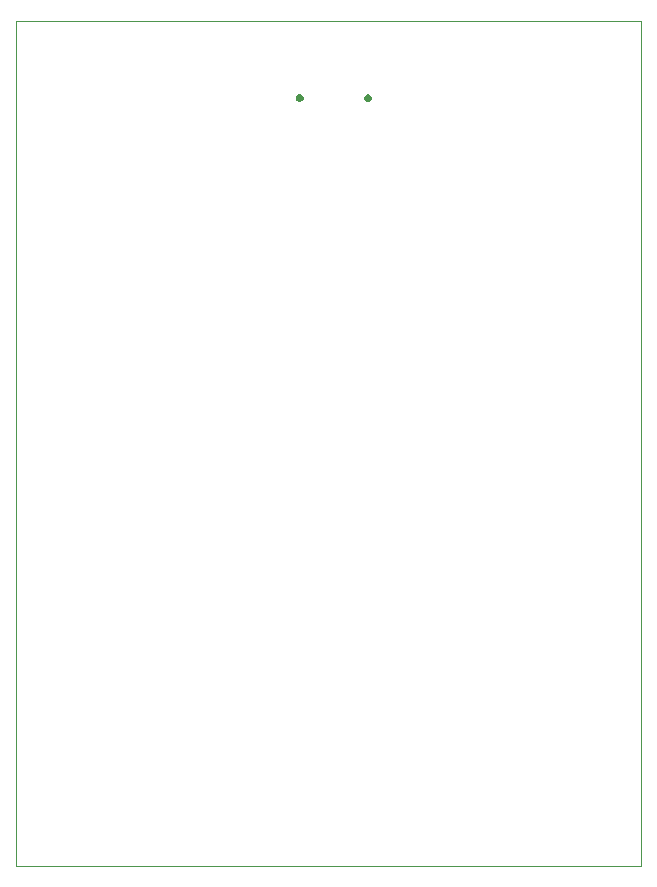
<source format=gbr>
G04*
G04 #@! TF.GenerationSoftware,Altium Limited,Altium Designer,22.4.2 (48)*
G04*
G04 Layer_Color=0*
%FSLAX25Y25*%
%MOIN*%
G70*
G04*
G04 #@! TF.SameCoordinates,FCC6E733-986C-46BB-B2DB-BDB73C4B9051*
G04*
G04*
G04 #@! TF.FilePolarity,Positive*
G04*
G01*
G75*
%ADD87C,0.00100*%
G36*
X215099Y474931D02*
Y474677D01*
X215293Y474206D01*
X215653Y473846D01*
X216124Y473652D01*
X216633D01*
X217103Y473846D01*
X217463Y474206D01*
X217657Y474677D01*
Y474931D01*
Y475185D01*
X217463Y475656D01*
X217103Y476016D01*
X216633Y476210D01*
X216124D01*
X215653Y476016D01*
X215293Y475656D01*
X215099Y475185D01*
Y474931D01*
D01*
D01*
D02*
G37*
G36*
X192342D02*
Y474677D01*
X192537Y474206D01*
X192897Y473846D01*
X193368Y473652D01*
X193877D01*
X194347Y473846D01*
X194707Y474206D01*
X194902Y474677D01*
Y474931D01*
Y475185D01*
X194707Y475656D01*
X194347Y476016D01*
X193877Y476210D01*
X193368D01*
X192897Y476016D01*
X192537Y475656D01*
X192342Y475185D01*
Y474931D01*
D01*
D01*
D02*
G37*
D87*
X99000Y219000D02*
Y500500D01*
X307500D01*
Y219000D01*
X99000D01*
M02*

</source>
